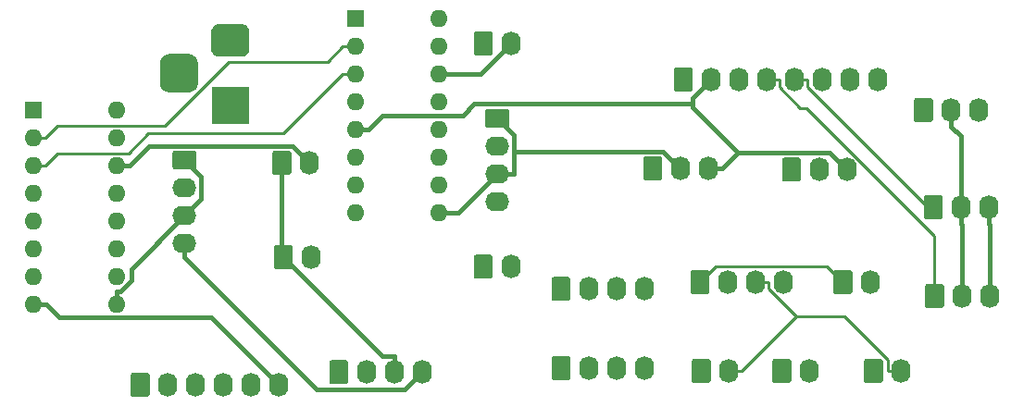
<source format=gbr>
G04 #@! TF.GenerationSoftware,KiCad,Pcbnew,(5.1.5-0-10_14)*
G04 #@! TF.CreationDate,2021-11-28T08:32:57+10:00*
G04 #@! TF.ProjectId,OH - Right Console - Output Distribution,4f48202d-2052-4696-9768-7420436f6e73,rev?*
G04 #@! TF.SameCoordinates,Original*
G04 #@! TF.FileFunction,Copper,L1,Top*
G04 #@! TF.FilePolarity,Positive*
%FSLAX46Y46*%
G04 Gerber Fmt 4.6, Leading zero omitted, Abs format (unit mm)*
G04 Created by KiCad (PCBNEW (5.1.5-0-10_14)) date 2021-11-28 08:32:57*
%MOMM*%
%LPD*%
G04 APERTURE LIST*
%ADD10O,1.600000X1.600000*%
%ADD11R,1.600000X1.600000*%
%ADD12O,1.740000X2.200000*%
%ADD13C,0.100000*%
%ADD14O,2.200000X1.740000*%
%ADD15R,3.500000X3.500000*%
%ADD16C,0.400000*%
%ADD17C,0.250000*%
G04 APERTURE END LIST*
D10*
X195072000Y-82804000D03*
X187452000Y-100584000D03*
X195072000Y-85344000D03*
X187452000Y-98044000D03*
X195072000Y-87884000D03*
X187452000Y-95504000D03*
X195072000Y-90424000D03*
X187452000Y-92964000D03*
X195072000Y-92964000D03*
X187452000Y-90424000D03*
X195072000Y-95504000D03*
X187452000Y-87884000D03*
X195072000Y-98044000D03*
X187452000Y-85344000D03*
X195072000Y-100584000D03*
D11*
X187452000Y-82804000D03*
D12*
X193548000Y-115189000D03*
X191008000Y-115189000D03*
X188468000Y-115189000D03*
G04 #@! TA.AperFunction,ComponentPad*
D13*
G36*
X186572505Y-114090204D02*
G01*
X186596773Y-114093804D01*
X186620572Y-114099765D01*
X186643671Y-114108030D01*
X186665850Y-114118520D01*
X186686893Y-114131132D01*
X186706599Y-114145747D01*
X186724777Y-114162223D01*
X186741253Y-114180401D01*
X186755868Y-114200107D01*
X186768480Y-114221150D01*
X186778970Y-114243329D01*
X186787235Y-114266428D01*
X186793196Y-114290227D01*
X186796796Y-114314495D01*
X186798000Y-114338999D01*
X186798000Y-116039001D01*
X186796796Y-116063505D01*
X186793196Y-116087773D01*
X186787235Y-116111572D01*
X186778970Y-116134671D01*
X186768480Y-116156850D01*
X186755868Y-116177893D01*
X186741253Y-116197599D01*
X186724777Y-116215777D01*
X186706599Y-116232253D01*
X186686893Y-116246868D01*
X186665850Y-116259480D01*
X186643671Y-116269970D01*
X186620572Y-116278235D01*
X186596773Y-116284196D01*
X186572505Y-116287796D01*
X186548001Y-116289000D01*
X185307999Y-116289000D01*
X185283495Y-116287796D01*
X185259227Y-116284196D01*
X185235428Y-116278235D01*
X185212329Y-116269970D01*
X185190150Y-116259480D01*
X185169107Y-116246868D01*
X185149401Y-116232253D01*
X185131223Y-116215777D01*
X185114747Y-116197599D01*
X185100132Y-116177893D01*
X185087520Y-116156850D01*
X185077030Y-116134671D01*
X185068765Y-116111572D01*
X185062804Y-116087773D01*
X185059204Y-116063505D01*
X185058000Y-116039001D01*
X185058000Y-114338999D01*
X185059204Y-114314495D01*
X185062804Y-114290227D01*
X185068765Y-114266428D01*
X185077030Y-114243329D01*
X185087520Y-114221150D01*
X185100132Y-114200107D01*
X185114747Y-114180401D01*
X185131223Y-114162223D01*
X185149401Y-114145747D01*
X185169107Y-114131132D01*
X185190150Y-114118520D01*
X185212329Y-114108030D01*
X185235428Y-114099765D01*
X185259227Y-114093804D01*
X185283495Y-114090204D01*
X185307999Y-114089000D01*
X186548001Y-114089000D01*
X186572505Y-114090204D01*
G37*
G04 #@! TD.AperFunction*
D12*
X201676000Y-105537000D03*
G04 #@! TA.AperFunction,ComponentPad*
D13*
G36*
X199780505Y-104438204D02*
G01*
X199804773Y-104441804D01*
X199828572Y-104447765D01*
X199851671Y-104456030D01*
X199873850Y-104466520D01*
X199894893Y-104479132D01*
X199914599Y-104493747D01*
X199932777Y-104510223D01*
X199949253Y-104528401D01*
X199963868Y-104548107D01*
X199976480Y-104569150D01*
X199986970Y-104591329D01*
X199995235Y-104614428D01*
X200001196Y-104638227D01*
X200004796Y-104662495D01*
X200006000Y-104686999D01*
X200006000Y-106387001D01*
X200004796Y-106411505D01*
X200001196Y-106435773D01*
X199995235Y-106459572D01*
X199986970Y-106482671D01*
X199976480Y-106504850D01*
X199963868Y-106525893D01*
X199949253Y-106545599D01*
X199932777Y-106563777D01*
X199914599Y-106580253D01*
X199894893Y-106594868D01*
X199873850Y-106607480D01*
X199851671Y-106617970D01*
X199828572Y-106626235D01*
X199804773Y-106632196D01*
X199780505Y-106635796D01*
X199756001Y-106637000D01*
X198515999Y-106637000D01*
X198491495Y-106635796D01*
X198467227Y-106632196D01*
X198443428Y-106626235D01*
X198420329Y-106617970D01*
X198398150Y-106607480D01*
X198377107Y-106594868D01*
X198357401Y-106580253D01*
X198339223Y-106563777D01*
X198322747Y-106545599D01*
X198308132Y-106525893D01*
X198295520Y-106504850D01*
X198285030Y-106482671D01*
X198276765Y-106459572D01*
X198270804Y-106435773D01*
X198267204Y-106411505D01*
X198266000Y-106387001D01*
X198266000Y-104686999D01*
X198267204Y-104662495D01*
X198270804Y-104638227D01*
X198276765Y-104614428D01*
X198285030Y-104591329D01*
X198295520Y-104569150D01*
X198308132Y-104548107D01*
X198322747Y-104528401D01*
X198339223Y-104510223D01*
X198357401Y-104493747D01*
X198377107Y-104479132D01*
X198398150Y-104466520D01*
X198420329Y-104456030D01*
X198443428Y-104447765D01*
X198467227Y-104441804D01*
X198491495Y-104438204D01*
X198515999Y-104437000D01*
X199756001Y-104437000D01*
X199780505Y-104438204D01*
G37*
G04 #@! TD.AperFunction*
D12*
X201676000Y-85090000D03*
G04 #@! TA.AperFunction,ComponentPad*
D13*
G36*
X199780505Y-83991204D02*
G01*
X199804773Y-83994804D01*
X199828572Y-84000765D01*
X199851671Y-84009030D01*
X199873850Y-84019520D01*
X199894893Y-84032132D01*
X199914599Y-84046747D01*
X199932777Y-84063223D01*
X199949253Y-84081401D01*
X199963868Y-84101107D01*
X199976480Y-84122150D01*
X199986970Y-84144329D01*
X199995235Y-84167428D01*
X200001196Y-84191227D01*
X200004796Y-84215495D01*
X200006000Y-84239999D01*
X200006000Y-85940001D01*
X200004796Y-85964505D01*
X200001196Y-85988773D01*
X199995235Y-86012572D01*
X199986970Y-86035671D01*
X199976480Y-86057850D01*
X199963868Y-86078893D01*
X199949253Y-86098599D01*
X199932777Y-86116777D01*
X199914599Y-86133253D01*
X199894893Y-86147868D01*
X199873850Y-86160480D01*
X199851671Y-86170970D01*
X199828572Y-86179235D01*
X199804773Y-86185196D01*
X199780505Y-86188796D01*
X199756001Y-86190000D01*
X198515999Y-86190000D01*
X198491495Y-86188796D01*
X198467227Y-86185196D01*
X198443428Y-86179235D01*
X198420329Y-86170970D01*
X198398150Y-86160480D01*
X198377107Y-86147868D01*
X198357401Y-86133253D01*
X198339223Y-86116777D01*
X198322747Y-86098599D01*
X198308132Y-86078893D01*
X198295520Y-86057850D01*
X198285030Y-86035671D01*
X198276765Y-86012572D01*
X198270804Y-85988773D01*
X198267204Y-85964505D01*
X198266000Y-85940001D01*
X198266000Y-84239999D01*
X198267204Y-84215495D01*
X198270804Y-84191227D01*
X198276765Y-84167428D01*
X198285030Y-84144329D01*
X198295520Y-84122150D01*
X198308132Y-84101107D01*
X198322747Y-84081401D01*
X198339223Y-84063223D01*
X198357401Y-84046747D01*
X198377107Y-84032132D01*
X198398150Y-84019520D01*
X198420329Y-84009030D01*
X198443428Y-84000765D01*
X198467227Y-83994804D01*
X198491495Y-83991204D01*
X198515999Y-83990000D01*
X199756001Y-83990000D01*
X199780505Y-83991204D01*
G37*
G04 #@! TD.AperFunction*
D14*
X200406000Y-99568000D03*
X200406000Y-97028000D03*
X200406000Y-94488000D03*
G04 #@! TA.AperFunction,ComponentPad*
D13*
G36*
X201280505Y-91079204D02*
G01*
X201304773Y-91082804D01*
X201328572Y-91088765D01*
X201351671Y-91097030D01*
X201373850Y-91107520D01*
X201394893Y-91120132D01*
X201414599Y-91134747D01*
X201432777Y-91151223D01*
X201449253Y-91169401D01*
X201463868Y-91189107D01*
X201476480Y-91210150D01*
X201486970Y-91232329D01*
X201495235Y-91255428D01*
X201501196Y-91279227D01*
X201504796Y-91303495D01*
X201506000Y-91327999D01*
X201506000Y-92568001D01*
X201504796Y-92592505D01*
X201501196Y-92616773D01*
X201495235Y-92640572D01*
X201486970Y-92663671D01*
X201476480Y-92685850D01*
X201463868Y-92706893D01*
X201449253Y-92726599D01*
X201432777Y-92744777D01*
X201414599Y-92761253D01*
X201394893Y-92775868D01*
X201373850Y-92788480D01*
X201351671Y-92798970D01*
X201328572Y-92807235D01*
X201304773Y-92813196D01*
X201280505Y-92816796D01*
X201256001Y-92818000D01*
X199555999Y-92818000D01*
X199531495Y-92816796D01*
X199507227Y-92813196D01*
X199483428Y-92807235D01*
X199460329Y-92798970D01*
X199438150Y-92788480D01*
X199417107Y-92775868D01*
X199397401Y-92761253D01*
X199379223Y-92744777D01*
X199362747Y-92726599D01*
X199348132Y-92706893D01*
X199335520Y-92685850D01*
X199325030Y-92663671D01*
X199316765Y-92640572D01*
X199310804Y-92616773D01*
X199307204Y-92592505D01*
X199306000Y-92568001D01*
X199306000Y-91327999D01*
X199307204Y-91303495D01*
X199310804Y-91279227D01*
X199316765Y-91255428D01*
X199325030Y-91232329D01*
X199335520Y-91210150D01*
X199348132Y-91189107D01*
X199362747Y-91169401D01*
X199379223Y-91151223D01*
X199397401Y-91134747D01*
X199417107Y-91120132D01*
X199438150Y-91107520D01*
X199460329Y-91097030D01*
X199483428Y-91088765D01*
X199507227Y-91082804D01*
X199531495Y-91079204D01*
X199555999Y-91078000D01*
X201256001Y-91078000D01*
X201280505Y-91079204D01*
G37*
G04 #@! TD.AperFunction*
G04 #@! TA.AperFunction,ComponentPad*
G36*
X172282765Y-86059213D02*
G01*
X172367704Y-86071813D01*
X172450999Y-86092677D01*
X172531848Y-86121605D01*
X172609472Y-86158319D01*
X172683124Y-86202464D01*
X172752094Y-86253616D01*
X172815718Y-86311282D01*
X172873384Y-86374906D01*
X172924536Y-86443876D01*
X172968681Y-86517528D01*
X173005395Y-86595152D01*
X173034323Y-86676001D01*
X173055187Y-86759296D01*
X173067787Y-86844235D01*
X173072000Y-86930000D01*
X173072000Y-88680000D01*
X173067787Y-88765765D01*
X173055187Y-88850704D01*
X173034323Y-88933999D01*
X173005395Y-89014848D01*
X172968681Y-89092472D01*
X172924536Y-89166124D01*
X172873384Y-89235094D01*
X172815718Y-89298718D01*
X172752094Y-89356384D01*
X172683124Y-89407536D01*
X172609472Y-89451681D01*
X172531848Y-89488395D01*
X172450999Y-89517323D01*
X172367704Y-89538187D01*
X172282765Y-89550787D01*
X172197000Y-89555000D01*
X170447000Y-89555000D01*
X170361235Y-89550787D01*
X170276296Y-89538187D01*
X170193001Y-89517323D01*
X170112152Y-89488395D01*
X170034528Y-89451681D01*
X169960876Y-89407536D01*
X169891906Y-89356384D01*
X169828282Y-89298718D01*
X169770616Y-89235094D01*
X169719464Y-89166124D01*
X169675319Y-89092472D01*
X169638605Y-89014848D01*
X169609677Y-88933999D01*
X169588813Y-88850704D01*
X169576213Y-88765765D01*
X169572000Y-88680000D01*
X169572000Y-86930000D01*
X169576213Y-86844235D01*
X169588813Y-86759296D01*
X169609677Y-86676001D01*
X169638605Y-86595152D01*
X169675319Y-86517528D01*
X169719464Y-86443876D01*
X169770616Y-86374906D01*
X169828282Y-86311282D01*
X169891906Y-86253616D01*
X169960876Y-86202464D01*
X170034528Y-86158319D01*
X170112152Y-86121605D01*
X170193001Y-86092677D01*
X170276296Y-86071813D01*
X170361235Y-86059213D01*
X170447000Y-86055000D01*
X172197000Y-86055000D01*
X172282765Y-86059213D01*
G37*
G04 #@! TD.AperFunction*
G04 #@! TA.AperFunction,ComponentPad*
G36*
X177095513Y-83308611D02*
G01*
X177168318Y-83319411D01*
X177239714Y-83337295D01*
X177309013Y-83362090D01*
X177375548Y-83393559D01*
X177438678Y-83431398D01*
X177497795Y-83475242D01*
X177552330Y-83524670D01*
X177601758Y-83579205D01*
X177645602Y-83638322D01*
X177683441Y-83701452D01*
X177714910Y-83767987D01*
X177739705Y-83837286D01*
X177757589Y-83908682D01*
X177768389Y-83981487D01*
X177772000Y-84055000D01*
X177772000Y-85555000D01*
X177768389Y-85628513D01*
X177757589Y-85701318D01*
X177739705Y-85772714D01*
X177714910Y-85842013D01*
X177683441Y-85908548D01*
X177645602Y-85971678D01*
X177601758Y-86030795D01*
X177552330Y-86085330D01*
X177497795Y-86134758D01*
X177438678Y-86178602D01*
X177375548Y-86216441D01*
X177309013Y-86247910D01*
X177239714Y-86272705D01*
X177168318Y-86290589D01*
X177095513Y-86301389D01*
X177022000Y-86305000D01*
X175022000Y-86305000D01*
X174948487Y-86301389D01*
X174875682Y-86290589D01*
X174804286Y-86272705D01*
X174734987Y-86247910D01*
X174668452Y-86216441D01*
X174605322Y-86178602D01*
X174546205Y-86134758D01*
X174491670Y-86085330D01*
X174442242Y-86030795D01*
X174398398Y-85971678D01*
X174360559Y-85908548D01*
X174329090Y-85842013D01*
X174304295Y-85772714D01*
X174286411Y-85701318D01*
X174275611Y-85628513D01*
X174272000Y-85555000D01*
X174272000Y-84055000D01*
X174275611Y-83981487D01*
X174286411Y-83908682D01*
X174304295Y-83837286D01*
X174329090Y-83767987D01*
X174360559Y-83701452D01*
X174398398Y-83638322D01*
X174442242Y-83579205D01*
X174491670Y-83524670D01*
X174546205Y-83475242D01*
X174605322Y-83431398D01*
X174668452Y-83393559D01*
X174734987Y-83362090D01*
X174804286Y-83337295D01*
X174875682Y-83319411D01*
X174948487Y-83308611D01*
X175022000Y-83305000D01*
X177022000Y-83305000D01*
X177095513Y-83308611D01*
G37*
G04 #@! TD.AperFunction*
D15*
X176022000Y-90805000D03*
D12*
X235204000Y-88392000D03*
X232664000Y-88392000D03*
X230124000Y-88392000D03*
X227584000Y-88392000D03*
X225044000Y-88392000D03*
X222504000Y-88392000D03*
X219964000Y-88392000D03*
G04 #@! TA.AperFunction,ComponentPad*
D13*
G36*
X218068505Y-87293204D02*
G01*
X218092773Y-87296804D01*
X218116572Y-87302765D01*
X218139671Y-87311030D01*
X218161850Y-87321520D01*
X218182893Y-87334132D01*
X218202599Y-87348747D01*
X218220777Y-87365223D01*
X218237253Y-87383401D01*
X218251868Y-87403107D01*
X218264480Y-87424150D01*
X218274970Y-87446329D01*
X218283235Y-87469428D01*
X218289196Y-87493227D01*
X218292796Y-87517495D01*
X218294000Y-87541999D01*
X218294000Y-89242001D01*
X218292796Y-89266505D01*
X218289196Y-89290773D01*
X218283235Y-89314572D01*
X218274970Y-89337671D01*
X218264480Y-89359850D01*
X218251868Y-89380893D01*
X218237253Y-89400599D01*
X218220777Y-89418777D01*
X218202599Y-89435253D01*
X218182893Y-89449868D01*
X218161850Y-89462480D01*
X218139671Y-89472970D01*
X218116572Y-89481235D01*
X218092773Y-89487196D01*
X218068505Y-89490796D01*
X218044001Y-89492000D01*
X216803999Y-89492000D01*
X216779495Y-89490796D01*
X216755227Y-89487196D01*
X216731428Y-89481235D01*
X216708329Y-89472970D01*
X216686150Y-89462480D01*
X216665107Y-89449868D01*
X216645401Y-89435253D01*
X216627223Y-89418777D01*
X216610747Y-89400599D01*
X216596132Y-89380893D01*
X216583520Y-89359850D01*
X216573030Y-89337671D01*
X216564765Y-89314572D01*
X216558804Y-89290773D01*
X216555204Y-89266505D01*
X216554000Y-89242001D01*
X216554000Y-87541999D01*
X216555204Y-87517495D01*
X216558804Y-87493227D01*
X216564765Y-87469428D01*
X216573030Y-87446329D01*
X216583520Y-87424150D01*
X216596132Y-87403107D01*
X216610747Y-87383401D01*
X216627223Y-87365223D01*
X216645401Y-87348747D01*
X216665107Y-87334132D01*
X216686150Y-87321520D01*
X216708329Y-87311030D01*
X216731428Y-87302765D01*
X216755227Y-87296804D01*
X216779495Y-87293204D01*
X216803999Y-87292000D01*
X218044001Y-87292000D01*
X218068505Y-87293204D01*
G37*
G04 #@! TD.AperFunction*
D12*
X180467000Y-116332000D03*
X177927000Y-116332000D03*
X175387000Y-116332000D03*
X172847000Y-116332000D03*
X170307000Y-116332000D03*
G04 #@! TA.AperFunction,ComponentPad*
D13*
G36*
X168411505Y-115233204D02*
G01*
X168435773Y-115236804D01*
X168459572Y-115242765D01*
X168482671Y-115251030D01*
X168504850Y-115261520D01*
X168525893Y-115274132D01*
X168545599Y-115288747D01*
X168563777Y-115305223D01*
X168580253Y-115323401D01*
X168594868Y-115343107D01*
X168607480Y-115364150D01*
X168617970Y-115386329D01*
X168626235Y-115409428D01*
X168632196Y-115433227D01*
X168635796Y-115457495D01*
X168637000Y-115481999D01*
X168637000Y-117182001D01*
X168635796Y-117206505D01*
X168632196Y-117230773D01*
X168626235Y-117254572D01*
X168617970Y-117277671D01*
X168607480Y-117299850D01*
X168594868Y-117320893D01*
X168580253Y-117340599D01*
X168563777Y-117358777D01*
X168545599Y-117375253D01*
X168525893Y-117389868D01*
X168504850Y-117402480D01*
X168482671Y-117412970D01*
X168459572Y-117421235D01*
X168435773Y-117427196D01*
X168411505Y-117430796D01*
X168387001Y-117432000D01*
X167146999Y-117432000D01*
X167122495Y-117430796D01*
X167098227Y-117427196D01*
X167074428Y-117421235D01*
X167051329Y-117412970D01*
X167029150Y-117402480D01*
X167008107Y-117389868D01*
X166988401Y-117375253D01*
X166970223Y-117358777D01*
X166953747Y-117340599D01*
X166939132Y-117320893D01*
X166926520Y-117299850D01*
X166916030Y-117277671D01*
X166907765Y-117254572D01*
X166901804Y-117230773D01*
X166898204Y-117206505D01*
X166897000Y-117182001D01*
X166897000Y-115481999D01*
X166898204Y-115457495D01*
X166901804Y-115433227D01*
X166907765Y-115409428D01*
X166916030Y-115386329D01*
X166926520Y-115364150D01*
X166939132Y-115343107D01*
X166953747Y-115323401D01*
X166970223Y-115305223D01*
X166988401Y-115288747D01*
X167008107Y-115274132D01*
X167029150Y-115261520D01*
X167051329Y-115251030D01*
X167074428Y-115242765D01*
X167098227Y-115236804D01*
X167122495Y-115233204D01*
X167146999Y-115232000D01*
X168387001Y-115232000D01*
X168411505Y-115233204D01*
G37*
G04 #@! TD.AperFunction*
D12*
X228981000Y-115062000D03*
G04 #@! TA.AperFunction,ComponentPad*
D13*
G36*
X227085505Y-113963204D02*
G01*
X227109773Y-113966804D01*
X227133572Y-113972765D01*
X227156671Y-113981030D01*
X227178850Y-113991520D01*
X227199893Y-114004132D01*
X227219599Y-114018747D01*
X227237777Y-114035223D01*
X227254253Y-114053401D01*
X227268868Y-114073107D01*
X227281480Y-114094150D01*
X227291970Y-114116329D01*
X227300235Y-114139428D01*
X227306196Y-114163227D01*
X227309796Y-114187495D01*
X227311000Y-114211999D01*
X227311000Y-115912001D01*
X227309796Y-115936505D01*
X227306196Y-115960773D01*
X227300235Y-115984572D01*
X227291970Y-116007671D01*
X227281480Y-116029850D01*
X227268868Y-116050893D01*
X227254253Y-116070599D01*
X227237777Y-116088777D01*
X227219599Y-116105253D01*
X227199893Y-116119868D01*
X227178850Y-116132480D01*
X227156671Y-116142970D01*
X227133572Y-116151235D01*
X227109773Y-116157196D01*
X227085505Y-116160796D01*
X227061001Y-116162000D01*
X225820999Y-116162000D01*
X225796495Y-116160796D01*
X225772227Y-116157196D01*
X225748428Y-116151235D01*
X225725329Y-116142970D01*
X225703150Y-116132480D01*
X225682107Y-116119868D01*
X225662401Y-116105253D01*
X225644223Y-116088777D01*
X225627747Y-116070599D01*
X225613132Y-116050893D01*
X225600520Y-116029850D01*
X225590030Y-116007671D01*
X225581765Y-115984572D01*
X225575804Y-115960773D01*
X225572204Y-115936505D01*
X225571000Y-115912001D01*
X225571000Y-114211999D01*
X225572204Y-114187495D01*
X225575804Y-114163227D01*
X225581765Y-114139428D01*
X225590030Y-114116329D01*
X225600520Y-114094150D01*
X225613132Y-114073107D01*
X225627747Y-114053401D01*
X225644223Y-114035223D01*
X225662401Y-114018747D01*
X225682107Y-114004132D01*
X225703150Y-113991520D01*
X225725329Y-113981030D01*
X225748428Y-113972765D01*
X225772227Y-113966804D01*
X225796495Y-113963204D01*
X225820999Y-113962000D01*
X227061001Y-113962000D01*
X227085505Y-113963204D01*
G37*
G04 #@! TD.AperFunction*
D12*
X234569000Y-106934000D03*
G04 #@! TA.AperFunction,ComponentPad*
D13*
G36*
X232673505Y-105835204D02*
G01*
X232697773Y-105838804D01*
X232721572Y-105844765D01*
X232744671Y-105853030D01*
X232766850Y-105863520D01*
X232787893Y-105876132D01*
X232807599Y-105890747D01*
X232825777Y-105907223D01*
X232842253Y-105925401D01*
X232856868Y-105945107D01*
X232869480Y-105966150D01*
X232879970Y-105988329D01*
X232888235Y-106011428D01*
X232894196Y-106035227D01*
X232897796Y-106059495D01*
X232899000Y-106083999D01*
X232899000Y-107784001D01*
X232897796Y-107808505D01*
X232894196Y-107832773D01*
X232888235Y-107856572D01*
X232879970Y-107879671D01*
X232869480Y-107901850D01*
X232856868Y-107922893D01*
X232842253Y-107942599D01*
X232825777Y-107960777D01*
X232807599Y-107977253D01*
X232787893Y-107991868D01*
X232766850Y-108004480D01*
X232744671Y-108014970D01*
X232721572Y-108023235D01*
X232697773Y-108029196D01*
X232673505Y-108032796D01*
X232649001Y-108034000D01*
X231408999Y-108034000D01*
X231384495Y-108032796D01*
X231360227Y-108029196D01*
X231336428Y-108023235D01*
X231313329Y-108014970D01*
X231291150Y-108004480D01*
X231270107Y-107991868D01*
X231250401Y-107977253D01*
X231232223Y-107960777D01*
X231215747Y-107942599D01*
X231201132Y-107922893D01*
X231188520Y-107901850D01*
X231178030Y-107879671D01*
X231169765Y-107856572D01*
X231163804Y-107832773D01*
X231160204Y-107808505D01*
X231159000Y-107784001D01*
X231159000Y-106083999D01*
X231160204Y-106059495D01*
X231163804Y-106035227D01*
X231169765Y-106011428D01*
X231178030Y-105988329D01*
X231188520Y-105966150D01*
X231201132Y-105945107D01*
X231215747Y-105925401D01*
X231232223Y-105907223D01*
X231250401Y-105890747D01*
X231270107Y-105876132D01*
X231291150Y-105863520D01*
X231313329Y-105853030D01*
X231336428Y-105844765D01*
X231360227Y-105838804D01*
X231384495Y-105835204D01*
X231408999Y-105834000D01*
X232649001Y-105834000D01*
X232673505Y-105835204D01*
G37*
G04 #@! TD.AperFunction*
D12*
X221615000Y-115062000D03*
G04 #@! TA.AperFunction,ComponentPad*
D13*
G36*
X219719505Y-113963204D02*
G01*
X219743773Y-113966804D01*
X219767572Y-113972765D01*
X219790671Y-113981030D01*
X219812850Y-113991520D01*
X219833893Y-114004132D01*
X219853599Y-114018747D01*
X219871777Y-114035223D01*
X219888253Y-114053401D01*
X219902868Y-114073107D01*
X219915480Y-114094150D01*
X219925970Y-114116329D01*
X219934235Y-114139428D01*
X219940196Y-114163227D01*
X219943796Y-114187495D01*
X219945000Y-114211999D01*
X219945000Y-115912001D01*
X219943796Y-115936505D01*
X219940196Y-115960773D01*
X219934235Y-115984572D01*
X219925970Y-116007671D01*
X219915480Y-116029850D01*
X219902868Y-116050893D01*
X219888253Y-116070599D01*
X219871777Y-116088777D01*
X219853599Y-116105253D01*
X219833893Y-116119868D01*
X219812850Y-116132480D01*
X219790671Y-116142970D01*
X219767572Y-116151235D01*
X219743773Y-116157196D01*
X219719505Y-116160796D01*
X219695001Y-116162000D01*
X218454999Y-116162000D01*
X218430495Y-116160796D01*
X218406227Y-116157196D01*
X218382428Y-116151235D01*
X218359329Y-116142970D01*
X218337150Y-116132480D01*
X218316107Y-116119868D01*
X218296401Y-116105253D01*
X218278223Y-116088777D01*
X218261747Y-116070599D01*
X218247132Y-116050893D01*
X218234520Y-116029850D01*
X218224030Y-116007671D01*
X218215765Y-115984572D01*
X218209804Y-115960773D01*
X218206204Y-115936505D01*
X218205000Y-115912001D01*
X218205000Y-114211999D01*
X218206204Y-114187495D01*
X218209804Y-114163227D01*
X218215765Y-114139428D01*
X218224030Y-114116329D01*
X218234520Y-114094150D01*
X218247132Y-114073107D01*
X218261747Y-114053401D01*
X218278223Y-114035223D01*
X218296401Y-114018747D01*
X218316107Y-114004132D01*
X218337150Y-113991520D01*
X218359329Y-113981030D01*
X218382428Y-113972765D01*
X218406227Y-113966804D01*
X218430495Y-113963204D01*
X218454999Y-113962000D01*
X219695001Y-113962000D01*
X219719505Y-113963204D01*
G37*
G04 #@! TD.AperFunction*
D12*
X237363000Y-115062000D03*
G04 #@! TA.AperFunction,ComponentPad*
D13*
G36*
X235467505Y-113963204D02*
G01*
X235491773Y-113966804D01*
X235515572Y-113972765D01*
X235538671Y-113981030D01*
X235560850Y-113991520D01*
X235581893Y-114004132D01*
X235601599Y-114018747D01*
X235619777Y-114035223D01*
X235636253Y-114053401D01*
X235650868Y-114073107D01*
X235663480Y-114094150D01*
X235673970Y-114116329D01*
X235682235Y-114139428D01*
X235688196Y-114163227D01*
X235691796Y-114187495D01*
X235693000Y-114211999D01*
X235693000Y-115912001D01*
X235691796Y-115936505D01*
X235688196Y-115960773D01*
X235682235Y-115984572D01*
X235673970Y-116007671D01*
X235663480Y-116029850D01*
X235650868Y-116050893D01*
X235636253Y-116070599D01*
X235619777Y-116088777D01*
X235601599Y-116105253D01*
X235581893Y-116119868D01*
X235560850Y-116132480D01*
X235538671Y-116142970D01*
X235515572Y-116151235D01*
X235491773Y-116157196D01*
X235467505Y-116160796D01*
X235443001Y-116162000D01*
X234202999Y-116162000D01*
X234178495Y-116160796D01*
X234154227Y-116157196D01*
X234130428Y-116151235D01*
X234107329Y-116142970D01*
X234085150Y-116132480D01*
X234064107Y-116119868D01*
X234044401Y-116105253D01*
X234026223Y-116088777D01*
X234009747Y-116070599D01*
X233995132Y-116050893D01*
X233982520Y-116029850D01*
X233972030Y-116007671D01*
X233963765Y-115984572D01*
X233957804Y-115960773D01*
X233954204Y-115936505D01*
X233953000Y-115912001D01*
X233953000Y-114211999D01*
X233954204Y-114187495D01*
X233957804Y-114163227D01*
X233963765Y-114139428D01*
X233972030Y-114116329D01*
X233982520Y-114094150D01*
X233995132Y-114073107D01*
X234009747Y-114053401D01*
X234026223Y-114035223D01*
X234044401Y-114018747D01*
X234064107Y-114004132D01*
X234085150Y-113991520D01*
X234107329Y-113981030D01*
X234130428Y-113972765D01*
X234154227Y-113966804D01*
X234178495Y-113963204D01*
X234202999Y-113962000D01*
X235443001Y-113962000D01*
X235467505Y-113963204D01*
G37*
G04 #@! TD.AperFunction*
D12*
X226568000Y-106934000D03*
X224028000Y-106934000D03*
X221488000Y-106934000D03*
G04 #@! TA.AperFunction,ComponentPad*
D13*
G36*
X219592505Y-105835204D02*
G01*
X219616773Y-105838804D01*
X219640572Y-105844765D01*
X219663671Y-105853030D01*
X219685850Y-105863520D01*
X219706893Y-105876132D01*
X219726599Y-105890747D01*
X219744777Y-105907223D01*
X219761253Y-105925401D01*
X219775868Y-105945107D01*
X219788480Y-105966150D01*
X219798970Y-105988329D01*
X219807235Y-106011428D01*
X219813196Y-106035227D01*
X219816796Y-106059495D01*
X219818000Y-106083999D01*
X219818000Y-107784001D01*
X219816796Y-107808505D01*
X219813196Y-107832773D01*
X219807235Y-107856572D01*
X219798970Y-107879671D01*
X219788480Y-107901850D01*
X219775868Y-107922893D01*
X219761253Y-107942599D01*
X219744777Y-107960777D01*
X219726599Y-107977253D01*
X219706893Y-107991868D01*
X219685850Y-108004480D01*
X219663671Y-108014970D01*
X219640572Y-108023235D01*
X219616773Y-108029196D01*
X219592505Y-108032796D01*
X219568001Y-108034000D01*
X218327999Y-108034000D01*
X218303495Y-108032796D01*
X218279227Y-108029196D01*
X218255428Y-108023235D01*
X218232329Y-108014970D01*
X218210150Y-108004480D01*
X218189107Y-107991868D01*
X218169401Y-107977253D01*
X218151223Y-107960777D01*
X218134747Y-107942599D01*
X218120132Y-107922893D01*
X218107520Y-107901850D01*
X218097030Y-107879671D01*
X218088765Y-107856572D01*
X218082804Y-107832773D01*
X218079204Y-107808505D01*
X218078000Y-107784001D01*
X218078000Y-106083999D01*
X218079204Y-106059495D01*
X218082804Y-106035227D01*
X218088765Y-106011428D01*
X218097030Y-105988329D01*
X218107520Y-105966150D01*
X218120132Y-105945107D01*
X218134747Y-105925401D01*
X218151223Y-105907223D01*
X218169401Y-105890747D01*
X218189107Y-105876132D01*
X218210150Y-105863520D01*
X218232329Y-105853030D01*
X218255428Y-105844765D01*
X218279227Y-105838804D01*
X218303495Y-105835204D01*
X218327999Y-105834000D01*
X219568001Y-105834000D01*
X219592505Y-105835204D01*
G37*
G04 #@! TD.AperFunction*
D12*
X219710000Y-96520000D03*
X217170000Y-96520000D03*
G04 #@! TA.AperFunction,ComponentPad*
D13*
G36*
X215274505Y-95421204D02*
G01*
X215298773Y-95424804D01*
X215322572Y-95430765D01*
X215345671Y-95439030D01*
X215367850Y-95449520D01*
X215388893Y-95462132D01*
X215408599Y-95476747D01*
X215426777Y-95493223D01*
X215443253Y-95511401D01*
X215457868Y-95531107D01*
X215470480Y-95552150D01*
X215480970Y-95574329D01*
X215489235Y-95597428D01*
X215495196Y-95621227D01*
X215498796Y-95645495D01*
X215500000Y-95669999D01*
X215500000Y-97370001D01*
X215498796Y-97394505D01*
X215495196Y-97418773D01*
X215489235Y-97442572D01*
X215480970Y-97465671D01*
X215470480Y-97487850D01*
X215457868Y-97508893D01*
X215443253Y-97528599D01*
X215426777Y-97546777D01*
X215408599Y-97563253D01*
X215388893Y-97577868D01*
X215367850Y-97590480D01*
X215345671Y-97600970D01*
X215322572Y-97609235D01*
X215298773Y-97615196D01*
X215274505Y-97618796D01*
X215250001Y-97620000D01*
X214009999Y-97620000D01*
X213985495Y-97618796D01*
X213961227Y-97615196D01*
X213937428Y-97609235D01*
X213914329Y-97600970D01*
X213892150Y-97590480D01*
X213871107Y-97577868D01*
X213851401Y-97563253D01*
X213833223Y-97546777D01*
X213816747Y-97528599D01*
X213802132Y-97508893D01*
X213789520Y-97487850D01*
X213779030Y-97465671D01*
X213770765Y-97442572D01*
X213764804Y-97418773D01*
X213761204Y-97394505D01*
X213760000Y-97370001D01*
X213760000Y-95669999D01*
X213761204Y-95645495D01*
X213764804Y-95621227D01*
X213770765Y-95597428D01*
X213779030Y-95574329D01*
X213789520Y-95552150D01*
X213802132Y-95531107D01*
X213816747Y-95511401D01*
X213833223Y-95493223D01*
X213851401Y-95476747D01*
X213871107Y-95462132D01*
X213892150Y-95449520D01*
X213914329Y-95439030D01*
X213937428Y-95430765D01*
X213961227Y-95424804D01*
X213985495Y-95421204D01*
X214009999Y-95420000D01*
X215250001Y-95420000D01*
X215274505Y-95421204D01*
G37*
G04 #@! TD.AperFunction*
D12*
X213868000Y-114808000D03*
X211328000Y-114808000D03*
X208788000Y-114808000D03*
G04 #@! TA.AperFunction,ComponentPad*
D13*
G36*
X206892505Y-113709204D02*
G01*
X206916773Y-113712804D01*
X206940572Y-113718765D01*
X206963671Y-113727030D01*
X206985850Y-113737520D01*
X207006893Y-113750132D01*
X207026599Y-113764747D01*
X207044777Y-113781223D01*
X207061253Y-113799401D01*
X207075868Y-113819107D01*
X207088480Y-113840150D01*
X207098970Y-113862329D01*
X207107235Y-113885428D01*
X207113196Y-113909227D01*
X207116796Y-113933495D01*
X207118000Y-113957999D01*
X207118000Y-115658001D01*
X207116796Y-115682505D01*
X207113196Y-115706773D01*
X207107235Y-115730572D01*
X207098970Y-115753671D01*
X207088480Y-115775850D01*
X207075868Y-115796893D01*
X207061253Y-115816599D01*
X207044777Y-115834777D01*
X207026599Y-115851253D01*
X207006893Y-115865868D01*
X206985850Y-115878480D01*
X206963671Y-115888970D01*
X206940572Y-115897235D01*
X206916773Y-115903196D01*
X206892505Y-115906796D01*
X206868001Y-115908000D01*
X205627999Y-115908000D01*
X205603495Y-115906796D01*
X205579227Y-115903196D01*
X205555428Y-115897235D01*
X205532329Y-115888970D01*
X205510150Y-115878480D01*
X205489107Y-115865868D01*
X205469401Y-115851253D01*
X205451223Y-115834777D01*
X205434747Y-115816599D01*
X205420132Y-115796893D01*
X205407520Y-115775850D01*
X205397030Y-115753671D01*
X205388765Y-115730572D01*
X205382804Y-115706773D01*
X205379204Y-115682505D01*
X205378000Y-115658001D01*
X205378000Y-113957999D01*
X205379204Y-113933495D01*
X205382804Y-113909227D01*
X205388765Y-113885428D01*
X205397030Y-113862329D01*
X205407520Y-113840150D01*
X205420132Y-113819107D01*
X205434747Y-113799401D01*
X205451223Y-113781223D01*
X205469401Y-113764747D01*
X205489107Y-113750132D01*
X205510150Y-113737520D01*
X205532329Y-113727030D01*
X205555428Y-113718765D01*
X205579227Y-113712804D01*
X205603495Y-113709204D01*
X205627999Y-113708000D01*
X206868001Y-113708000D01*
X206892505Y-113709204D01*
G37*
G04 #@! TD.AperFunction*
D12*
X245491000Y-108204000D03*
X242951000Y-108204000D03*
G04 #@! TA.AperFunction,ComponentPad*
D13*
G36*
X241055505Y-107105204D02*
G01*
X241079773Y-107108804D01*
X241103572Y-107114765D01*
X241126671Y-107123030D01*
X241148850Y-107133520D01*
X241169893Y-107146132D01*
X241189599Y-107160747D01*
X241207777Y-107177223D01*
X241224253Y-107195401D01*
X241238868Y-107215107D01*
X241251480Y-107236150D01*
X241261970Y-107258329D01*
X241270235Y-107281428D01*
X241276196Y-107305227D01*
X241279796Y-107329495D01*
X241281000Y-107353999D01*
X241281000Y-109054001D01*
X241279796Y-109078505D01*
X241276196Y-109102773D01*
X241270235Y-109126572D01*
X241261970Y-109149671D01*
X241251480Y-109171850D01*
X241238868Y-109192893D01*
X241224253Y-109212599D01*
X241207777Y-109230777D01*
X241189599Y-109247253D01*
X241169893Y-109261868D01*
X241148850Y-109274480D01*
X241126671Y-109284970D01*
X241103572Y-109293235D01*
X241079773Y-109299196D01*
X241055505Y-109302796D01*
X241031001Y-109304000D01*
X239790999Y-109304000D01*
X239766495Y-109302796D01*
X239742227Y-109299196D01*
X239718428Y-109293235D01*
X239695329Y-109284970D01*
X239673150Y-109274480D01*
X239652107Y-109261868D01*
X239632401Y-109247253D01*
X239614223Y-109230777D01*
X239597747Y-109212599D01*
X239583132Y-109192893D01*
X239570520Y-109171850D01*
X239560030Y-109149671D01*
X239551765Y-109126572D01*
X239545804Y-109102773D01*
X239542204Y-109078505D01*
X239541000Y-109054001D01*
X239541000Y-107353999D01*
X239542204Y-107329495D01*
X239545804Y-107305227D01*
X239551765Y-107281428D01*
X239560030Y-107258329D01*
X239570520Y-107236150D01*
X239583132Y-107215107D01*
X239597747Y-107195401D01*
X239614223Y-107177223D01*
X239632401Y-107160747D01*
X239652107Y-107146132D01*
X239673150Y-107133520D01*
X239695329Y-107123030D01*
X239718428Y-107114765D01*
X239742227Y-107108804D01*
X239766495Y-107105204D01*
X239790999Y-107104000D01*
X241031001Y-107104000D01*
X241055505Y-107105204D01*
G37*
G04 #@! TD.AperFunction*
D12*
X245364000Y-100076000D03*
X242824000Y-100076000D03*
G04 #@! TA.AperFunction,ComponentPad*
D13*
G36*
X240928505Y-98977204D02*
G01*
X240952773Y-98980804D01*
X240976572Y-98986765D01*
X240999671Y-98995030D01*
X241021850Y-99005520D01*
X241042893Y-99018132D01*
X241062599Y-99032747D01*
X241080777Y-99049223D01*
X241097253Y-99067401D01*
X241111868Y-99087107D01*
X241124480Y-99108150D01*
X241134970Y-99130329D01*
X241143235Y-99153428D01*
X241149196Y-99177227D01*
X241152796Y-99201495D01*
X241154000Y-99225999D01*
X241154000Y-100926001D01*
X241152796Y-100950505D01*
X241149196Y-100974773D01*
X241143235Y-100998572D01*
X241134970Y-101021671D01*
X241124480Y-101043850D01*
X241111868Y-101064893D01*
X241097253Y-101084599D01*
X241080777Y-101102777D01*
X241062599Y-101119253D01*
X241042893Y-101133868D01*
X241021850Y-101146480D01*
X240999671Y-101156970D01*
X240976572Y-101165235D01*
X240952773Y-101171196D01*
X240928505Y-101174796D01*
X240904001Y-101176000D01*
X239663999Y-101176000D01*
X239639495Y-101174796D01*
X239615227Y-101171196D01*
X239591428Y-101165235D01*
X239568329Y-101156970D01*
X239546150Y-101146480D01*
X239525107Y-101133868D01*
X239505401Y-101119253D01*
X239487223Y-101102777D01*
X239470747Y-101084599D01*
X239456132Y-101064893D01*
X239443520Y-101043850D01*
X239433030Y-101021671D01*
X239424765Y-100998572D01*
X239418804Y-100974773D01*
X239415204Y-100950505D01*
X239414000Y-100926001D01*
X239414000Y-99225999D01*
X239415204Y-99201495D01*
X239418804Y-99177227D01*
X239424765Y-99153428D01*
X239433030Y-99130329D01*
X239443520Y-99108150D01*
X239456132Y-99087107D01*
X239470747Y-99067401D01*
X239487223Y-99049223D01*
X239505401Y-99032747D01*
X239525107Y-99018132D01*
X239546150Y-99005520D01*
X239568329Y-98995030D01*
X239591428Y-98986765D01*
X239615227Y-98980804D01*
X239639495Y-98977204D01*
X239663999Y-98976000D01*
X240904001Y-98976000D01*
X240928505Y-98977204D01*
G37*
G04 #@! TD.AperFunction*
D12*
X213868000Y-107569000D03*
X211328000Y-107569000D03*
X208788000Y-107569000D03*
G04 #@! TA.AperFunction,ComponentPad*
D13*
G36*
X206892505Y-106470204D02*
G01*
X206916773Y-106473804D01*
X206940572Y-106479765D01*
X206963671Y-106488030D01*
X206985850Y-106498520D01*
X207006893Y-106511132D01*
X207026599Y-106525747D01*
X207044777Y-106542223D01*
X207061253Y-106560401D01*
X207075868Y-106580107D01*
X207088480Y-106601150D01*
X207098970Y-106623329D01*
X207107235Y-106646428D01*
X207113196Y-106670227D01*
X207116796Y-106694495D01*
X207118000Y-106718999D01*
X207118000Y-108419001D01*
X207116796Y-108443505D01*
X207113196Y-108467773D01*
X207107235Y-108491572D01*
X207098970Y-108514671D01*
X207088480Y-108536850D01*
X207075868Y-108557893D01*
X207061253Y-108577599D01*
X207044777Y-108595777D01*
X207026599Y-108612253D01*
X207006893Y-108626868D01*
X206985850Y-108639480D01*
X206963671Y-108649970D01*
X206940572Y-108658235D01*
X206916773Y-108664196D01*
X206892505Y-108667796D01*
X206868001Y-108669000D01*
X205627999Y-108669000D01*
X205603495Y-108667796D01*
X205579227Y-108664196D01*
X205555428Y-108658235D01*
X205532329Y-108649970D01*
X205510150Y-108639480D01*
X205489107Y-108626868D01*
X205469401Y-108612253D01*
X205451223Y-108595777D01*
X205434747Y-108577599D01*
X205420132Y-108557893D01*
X205407520Y-108536850D01*
X205397030Y-108514671D01*
X205388765Y-108491572D01*
X205382804Y-108467773D01*
X205379204Y-108443505D01*
X205378000Y-108419001D01*
X205378000Y-106718999D01*
X205379204Y-106694495D01*
X205382804Y-106670227D01*
X205388765Y-106646428D01*
X205397030Y-106623329D01*
X205407520Y-106601150D01*
X205420132Y-106580107D01*
X205434747Y-106560401D01*
X205451223Y-106542223D01*
X205469401Y-106525747D01*
X205489107Y-106511132D01*
X205510150Y-106498520D01*
X205532329Y-106488030D01*
X205555428Y-106479765D01*
X205579227Y-106473804D01*
X205603495Y-106470204D01*
X205627999Y-106469000D01*
X206868001Y-106469000D01*
X206892505Y-106470204D01*
G37*
G04 #@! TD.AperFunction*
D10*
X165608000Y-91186000D03*
X157988000Y-108966000D03*
X165608000Y-93726000D03*
X157988000Y-106426000D03*
X165608000Y-96266000D03*
X157988000Y-103886000D03*
X165608000Y-98806000D03*
X157988000Y-101346000D03*
X165608000Y-101346000D03*
X157988000Y-98806000D03*
X165608000Y-103886000D03*
X157988000Y-96266000D03*
X165608000Y-106426000D03*
X157988000Y-93726000D03*
X165608000Y-108966000D03*
D11*
X157988000Y-91186000D03*
D12*
X244475000Y-91186000D03*
X241935000Y-91186000D03*
G04 #@! TA.AperFunction,ComponentPad*
D13*
G36*
X240039505Y-90087204D02*
G01*
X240063773Y-90090804D01*
X240087572Y-90096765D01*
X240110671Y-90105030D01*
X240132850Y-90115520D01*
X240153893Y-90128132D01*
X240173599Y-90142747D01*
X240191777Y-90159223D01*
X240208253Y-90177401D01*
X240222868Y-90197107D01*
X240235480Y-90218150D01*
X240245970Y-90240329D01*
X240254235Y-90263428D01*
X240260196Y-90287227D01*
X240263796Y-90311495D01*
X240265000Y-90335999D01*
X240265000Y-92036001D01*
X240263796Y-92060505D01*
X240260196Y-92084773D01*
X240254235Y-92108572D01*
X240245970Y-92131671D01*
X240235480Y-92153850D01*
X240222868Y-92174893D01*
X240208253Y-92194599D01*
X240191777Y-92212777D01*
X240173599Y-92229253D01*
X240153893Y-92243868D01*
X240132850Y-92256480D01*
X240110671Y-92266970D01*
X240087572Y-92275235D01*
X240063773Y-92281196D01*
X240039505Y-92284796D01*
X240015001Y-92286000D01*
X238774999Y-92286000D01*
X238750495Y-92284796D01*
X238726227Y-92281196D01*
X238702428Y-92275235D01*
X238679329Y-92266970D01*
X238657150Y-92256480D01*
X238636107Y-92243868D01*
X238616401Y-92229253D01*
X238598223Y-92212777D01*
X238581747Y-92194599D01*
X238567132Y-92174893D01*
X238554520Y-92153850D01*
X238544030Y-92131671D01*
X238535765Y-92108572D01*
X238529804Y-92084773D01*
X238526204Y-92060505D01*
X238525000Y-92036001D01*
X238525000Y-90335999D01*
X238526204Y-90311495D01*
X238529804Y-90287227D01*
X238535765Y-90263428D01*
X238544030Y-90240329D01*
X238554520Y-90218150D01*
X238567132Y-90197107D01*
X238581747Y-90177401D01*
X238598223Y-90159223D01*
X238616401Y-90142747D01*
X238636107Y-90128132D01*
X238657150Y-90115520D01*
X238679329Y-90105030D01*
X238702428Y-90096765D01*
X238726227Y-90090804D01*
X238750495Y-90087204D01*
X238774999Y-90086000D01*
X240015001Y-90086000D01*
X240039505Y-90087204D01*
G37*
G04 #@! TD.AperFunction*
D12*
X232410000Y-96647000D03*
X229870000Y-96647000D03*
G04 #@! TA.AperFunction,ComponentPad*
D13*
G36*
X227974505Y-95548204D02*
G01*
X227998773Y-95551804D01*
X228022572Y-95557765D01*
X228045671Y-95566030D01*
X228067850Y-95576520D01*
X228088893Y-95589132D01*
X228108599Y-95603747D01*
X228126777Y-95620223D01*
X228143253Y-95638401D01*
X228157868Y-95658107D01*
X228170480Y-95679150D01*
X228180970Y-95701329D01*
X228189235Y-95724428D01*
X228195196Y-95748227D01*
X228198796Y-95772495D01*
X228200000Y-95796999D01*
X228200000Y-97497001D01*
X228198796Y-97521505D01*
X228195196Y-97545773D01*
X228189235Y-97569572D01*
X228180970Y-97592671D01*
X228170480Y-97614850D01*
X228157868Y-97635893D01*
X228143253Y-97655599D01*
X228126777Y-97673777D01*
X228108599Y-97690253D01*
X228088893Y-97704868D01*
X228067850Y-97717480D01*
X228045671Y-97727970D01*
X228022572Y-97736235D01*
X227998773Y-97742196D01*
X227974505Y-97745796D01*
X227950001Y-97747000D01*
X226709999Y-97747000D01*
X226685495Y-97745796D01*
X226661227Y-97742196D01*
X226637428Y-97736235D01*
X226614329Y-97727970D01*
X226592150Y-97717480D01*
X226571107Y-97704868D01*
X226551401Y-97690253D01*
X226533223Y-97673777D01*
X226516747Y-97655599D01*
X226502132Y-97635893D01*
X226489520Y-97614850D01*
X226479030Y-97592671D01*
X226470765Y-97569572D01*
X226464804Y-97545773D01*
X226461204Y-97521505D01*
X226460000Y-97497001D01*
X226460000Y-95796999D01*
X226461204Y-95772495D01*
X226464804Y-95748227D01*
X226470765Y-95724428D01*
X226479030Y-95701329D01*
X226489520Y-95679150D01*
X226502132Y-95658107D01*
X226516747Y-95638401D01*
X226533223Y-95620223D01*
X226551401Y-95603747D01*
X226571107Y-95589132D01*
X226592150Y-95576520D01*
X226614329Y-95566030D01*
X226637428Y-95557765D01*
X226661227Y-95551804D01*
X226685495Y-95548204D01*
X226709999Y-95547000D01*
X227950001Y-95547000D01*
X227974505Y-95548204D01*
G37*
G04 #@! TD.AperFunction*
D12*
X183388000Y-104648000D03*
G04 #@! TA.AperFunction,ComponentPad*
D13*
G36*
X181492505Y-103549204D02*
G01*
X181516773Y-103552804D01*
X181540572Y-103558765D01*
X181563671Y-103567030D01*
X181585850Y-103577520D01*
X181606893Y-103590132D01*
X181626599Y-103604747D01*
X181644777Y-103621223D01*
X181661253Y-103639401D01*
X181675868Y-103659107D01*
X181688480Y-103680150D01*
X181698970Y-103702329D01*
X181707235Y-103725428D01*
X181713196Y-103749227D01*
X181716796Y-103773495D01*
X181718000Y-103797999D01*
X181718000Y-105498001D01*
X181716796Y-105522505D01*
X181713196Y-105546773D01*
X181707235Y-105570572D01*
X181698970Y-105593671D01*
X181688480Y-105615850D01*
X181675868Y-105636893D01*
X181661253Y-105656599D01*
X181644777Y-105674777D01*
X181626599Y-105691253D01*
X181606893Y-105705868D01*
X181585850Y-105718480D01*
X181563671Y-105728970D01*
X181540572Y-105737235D01*
X181516773Y-105743196D01*
X181492505Y-105746796D01*
X181468001Y-105748000D01*
X180227999Y-105748000D01*
X180203495Y-105746796D01*
X180179227Y-105743196D01*
X180155428Y-105737235D01*
X180132329Y-105728970D01*
X180110150Y-105718480D01*
X180089107Y-105705868D01*
X180069401Y-105691253D01*
X180051223Y-105674777D01*
X180034747Y-105656599D01*
X180020132Y-105636893D01*
X180007520Y-105615850D01*
X179997030Y-105593671D01*
X179988765Y-105570572D01*
X179982804Y-105546773D01*
X179979204Y-105522505D01*
X179978000Y-105498001D01*
X179978000Y-103797999D01*
X179979204Y-103773495D01*
X179982804Y-103749227D01*
X179988765Y-103725428D01*
X179997030Y-103702329D01*
X180007520Y-103680150D01*
X180020132Y-103659107D01*
X180034747Y-103639401D01*
X180051223Y-103621223D01*
X180069401Y-103604747D01*
X180089107Y-103590132D01*
X180110150Y-103577520D01*
X180132329Y-103567030D01*
X180155428Y-103558765D01*
X180179227Y-103552804D01*
X180203495Y-103549204D01*
X180227999Y-103548000D01*
X181468001Y-103548000D01*
X181492505Y-103549204D01*
G37*
G04 #@! TD.AperFunction*
D12*
X183261000Y-96012000D03*
G04 #@! TA.AperFunction,ComponentPad*
D13*
G36*
X181365505Y-94913204D02*
G01*
X181389773Y-94916804D01*
X181413572Y-94922765D01*
X181436671Y-94931030D01*
X181458850Y-94941520D01*
X181479893Y-94954132D01*
X181499599Y-94968747D01*
X181517777Y-94985223D01*
X181534253Y-95003401D01*
X181548868Y-95023107D01*
X181561480Y-95044150D01*
X181571970Y-95066329D01*
X181580235Y-95089428D01*
X181586196Y-95113227D01*
X181589796Y-95137495D01*
X181591000Y-95161999D01*
X181591000Y-96862001D01*
X181589796Y-96886505D01*
X181586196Y-96910773D01*
X181580235Y-96934572D01*
X181571970Y-96957671D01*
X181561480Y-96979850D01*
X181548868Y-97000893D01*
X181534253Y-97020599D01*
X181517777Y-97038777D01*
X181499599Y-97055253D01*
X181479893Y-97069868D01*
X181458850Y-97082480D01*
X181436671Y-97092970D01*
X181413572Y-97101235D01*
X181389773Y-97107196D01*
X181365505Y-97110796D01*
X181341001Y-97112000D01*
X180100999Y-97112000D01*
X180076495Y-97110796D01*
X180052227Y-97107196D01*
X180028428Y-97101235D01*
X180005329Y-97092970D01*
X179983150Y-97082480D01*
X179962107Y-97069868D01*
X179942401Y-97055253D01*
X179924223Y-97038777D01*
X179907747Y-97020599D01*
X179893132Y-97000893D01*
X179880520Y-96979850D01*
X179870030Y-96957671D01*
X179861765Y-96934572D01*
X179855804Y-96910773D01*
X179852204Y-96886505D01*
X179851000Y-96862001D01*
X179851000Y-95161999D01*
X179852204Y-95137495D01*
X179855804Y-95113227D01*
X179861765Y-95089428D01*
X179870030Y-95066329D01*
X179880520Y-95044150D01*
X179893132Y-95023107D01*
X179907747Y-95003401D01*
X179924223Y-94985223D01*
X179942401Y-94968747D01*
X179962107Y-94954132D01*
X179983150Y-94941520D01*
X180005329Y-94931030D01*
X180028428Y-94922765D01*
X180052227Y-94916804D01*
X180076495Y-94913204D01*
X180100999Y-94912000D01*
X181341001Y-94912000D01*
X181365505Y-94913204D01*
G37*
G04 #@! TD.AperFunction*
D14*
X171831000Y-103378000D03*
X171831000Y-100838000D03*
X171831000Y-98298000D03*
G04 #@! TA.AperFunction,ComponentPad*
D13*
G36*
X172705505Y-94889204D02*
G01*
X172729773Y-94892804D01*
X172753572Y-94898765D01*
X172776671Y-94907030D01*
X172798850Y-94917520D01*
X172819893Y-94930132D01*
X172839599Y-94944747D01*
X172857777Y-94961223D01*
X172874253Y-94979401D01*
X172888868Y-94999107D01*
X172901480Y-95020150D01*
X172911970Y-95042329D01*
X172920235Y-95065428D01*
X172926196Y-95089227D01*
X172929796Y-95113495D01*
X172931000Y-95137999D01*
X172931000Y-96378001D01*
X172929796Y-96402505D01*
X172926196Y-96426773D01*
X172920235Y-96450572D01*
X172911970Y-96473671D01*
X172901480Y-96495850D01*
X172888868Y-96516893D01*
X172874253Y-96536599D01*
X172857777Y-96554777D01*
X172839599Y-96571253D01*
X172819893Y-96585868D01*
X172798850Y-96598480D01*
X172776671Y-96608970D01*
X172753572Y-96617235D01*
X172729773Y-96623196D01*
X172705505Y-96626796D01*
X172681001Y-96628000D01*
X170980999Y-96628000D01*
X170956495Y-96626796D01*
X170932227Y-96623196D01*
X170908428Y-96617235D01*
X170885329Y-96608970D01*
X170863150Y-96598480D01*
X170842107Y-96585868D01*
X170822401Y-96571253D01*
X170804223Y-96554777D01*
X170787747Y-96536599D01*
X170773132Y-96516893D01*
X170760520Y-96495850D01*
X170750030Y-96473671D01*
X170741765Y-96450572D01*
X170735804Y-96426773D01*
X170732204Y-96402505D01*
X170731000Y-96378001D01*
X170731000Y-95137999D01*
X170732204Y-95113495D01*
X170735804Y-95089227D01*
X170741765Y-95065428D01*
X170750030Y-95042329D01*
X170760520Y-95020150D01*
X170773132Y-94999107D01*
X170787747Y-94979401D01*
X170804223Y-94961223D01*
X170822401Y-94944747D01*
X170842107Y-94930132D01*
X170863150Y-94917520D01*
X170885329Y-94907030D01*
X170908428Y-94898765D01*
X170932227Y-94892804D01*
X170956495Y-94889204D01*
X170980999Y-94888000D01*
X172681001Y-94888000D01*
X172705505Y-94889204D01*
G37*
G04 #@! TD.AperFunction*
D16*
X222432600Y-95067700D02*
X220980300Y-96520000D01*
X232410000Y-96647000D02*
X230830700Y-95067700D01*
X230830700Y-95067700D02*
X222432600Y-95067700D01*
X222432600Y-95067700D02*
X218299600Y-90934700D01*
X218299600Y-90934700D02*
X218299600Y-90621600D01*
X218299600Y-90621600D02*
X218299600Y-90056400D01*
X218299600Y-90056400D02*
X219964000Y-88392000D01*
X218299600Y-90621600D02*
X198327800Y-90621600D01*
X198327800Y-90621600D02*
X197255400Y-91694000D01*
X197255400Y-91694000D02*
X189922300Y-91694000D01*
X189922300Y-91694000D02*
X188652300Y-92964000D01*
X219710000Y-96520000D02*
X220980300Y-96520000D01*
X245364000Y-100076000D02*
X245364000Y-101576300D01*
X245364000Y-101576300D02*
X245491000Y-101703300D01*
X245491000Y-101703300D02*
X245491000Y-108204000D01*
X157988000Y-108966000D02*
X159188300Y-108966000D01*
X159188300Y-108966000D02*
X160388600Y-110166300D01*
X160388600Y-110166300D02*
X174301300Y-110166300D01*
X174301300Y-110166300D02*
X180467000Y-116332000D01*
X187452000Y-92964000D02*
X188652300Y-92964000D01*
D17*
X157988000Y-96266000D02*
X159113300Y-96266000D01*
X187452000Y-87884000D02*
X186326700Y-87884000D01*
X186326700Y-87884000D02*
X180878700Y-93332000D01*
X180878700Y-93332000D02*
X168521800Y-93332000D01*
X168521800Y-93332000D02*
X166713100Y-95140700D01*
X166713100Y-95140700D02*
X160238600Y-95140700D01*
X160238600Y-95140700D02*
X159113300Y-96266000D01*
X187452000Y-85344000D02*
X186326700Y-85344000D01*
X157988000Y-93726000D02*
X159113300Y-93726000D01*
X159113300Y-93726000D02*
X160238600Y-92600700D01*
X160238600Y-92600700D02*
X170018000Y-92600700D01*
X170018000Y-92600700D02*
X175860100Y-86758600D01*
X175860100Y-86758600D02*
X184912100Y-86758600D01*
X184912100Y-86758600D02*
X186326700Y-85344000D01*
D16*
X191008000Y-115189000D02*
X191008000Y-113688700D01*
X180848000Y-104648000D02*
X189888700Y-113688700D01*
X189888700Y-113688700D02*
X191008000Y-113688700D01*
X180721000Y-96012000D02*
X180721000Y-104521000D01*
X180721000Y-104521000D02*
X180848000Y-104648000D01*
X165608000Y-108966000D02*
X165608000Y-107765700D01*
X171831000Y-100838000D02*
X166947600Y-105721400D01*
X166947600Y-105721400D02*
X166947600Y-106799100D01*
X166947600Y-106799100D02*
X165981000Y-107765700D01*
X165981000Y-107765700D02*
X165608000Y-107765700D01*
X171831000Y-95758000D02*
X173331400Y-97258400D01*
X173331400Y-97258400D02*
X173331400Y-99337600D01*
X173331400Y-99337600D02*
X171831000Y-100838000D01*
X201969000Y-94970700D02*
X201969000Y-96965300D01*
X201969000Y-96965300D02*
X201906300Y-97028000D01*
X200406000Y-91948000D02*
X201969000Y-93511000D01*
X201969000Y-93511000D02*
X201969000Y-94970700D01*
X217170000Y-96520000D02*
X215620700Y-94970700D01*
X215620700Y-94970700D02*
X201969000Y-94970700D01*
X200406000Y-97028000D02*
X201906300Y-97028000D01*
X242824000Y-100076000D02*
X242824000Y-101576300D01*
X242824000Y-101576300D02*
X242951000Y-101703300D01*
X242951000Y-101703300D02*
X242951000Y-108204000D01*
X241935000Y-92686300D02*
X242824000Y-93575300D01*
X242824000Y-93575300D02*
X242824000Y-100076000D01*
X241935000Y-91186000D02*
X241935000Y-92686300D01*
X200406000Y-97028000D02*
X196850000Y-100584000D01*
X196850000Y-100584000D02*
X195072000Y-100584000D01*
D17*
X227584000Y-88392000D02*
X228779300Y-88392000D01*
X240284000Y-100076000D02*
X239776000Y-100076000D01*
X239776000Y-100076000D02*
X228779300Y-89079300D01*
X228779300Y-89079300D02*
X228779300Y-88392000D01*
X225044000Y-88392000D02*
X226239300Y-88392000D01*
X240411000Y-108204000D02*
X240411000Y-102724700D01*
X240411000Y-102724700D02*
X228666300Y-90980000D01*
X228666300Y-90980000D02*
X228149100Y-90980000D01*
X228149100Y-90980000D02*
X226239300Y-89070200D01*
X226239300Y-89070200D02*
X226239300Y-88392000D01*
X227782000Y-110090300D02*
X225223300Y-107531600D01*
X225223300Y-107531600D02*
X225223300Y-106934000D01*
X236167700Y-115062000D02*
X236167700Y-114090800D01*
X236167700Y-114090800D02*
X232167200Y-110090300D01*
X232167200Y-110090300D02*
X227782000Y-110090300D01*
X222810300Y-115062000D02*
X227782000Y-110090300D01*
X221615000Y-115062000D02*
X222810300Y-115062000D01*
X224028000Y-106934000D02*
X225223300Y-106934000D01*
X237363000Y-115062000D02*
X236167700Y-115062000D01*
X232029000Y-106934000D02*
X230582300Y-105487300D01*
X230582300Y-105487300D02*
X220394700Y-105487300D01*
X220394700Y-105487300D02*
X218948000Y-106934000D01*
D16*
X171831000Y-103378000D02*
X171831000Y-104648300D01*
X171831000Y-104648300D02*
X183934700Y-116752000D01*
X183934700Y-116752000D02*
X191985000Y-116752000D01*
X191985000Y-116752000D02*
X193548000Y-115189000D01*
X165608000Y-96266000D02*
X166808300Y-96266000D01*
X183261000Y-96012000D02*
X181705900Y-94456900D01*
X181705900Y-94456900D02*
X168617400Y-94456900D01*
X168617400Y-94456900D02*
X166808300Y-96266000D01*
X201676000Y-85090000D02*
X198882000Y-87884000D01*
X198882000Y-87884000D02*
X195072000Y-87884000D01*
M02*

</source>
